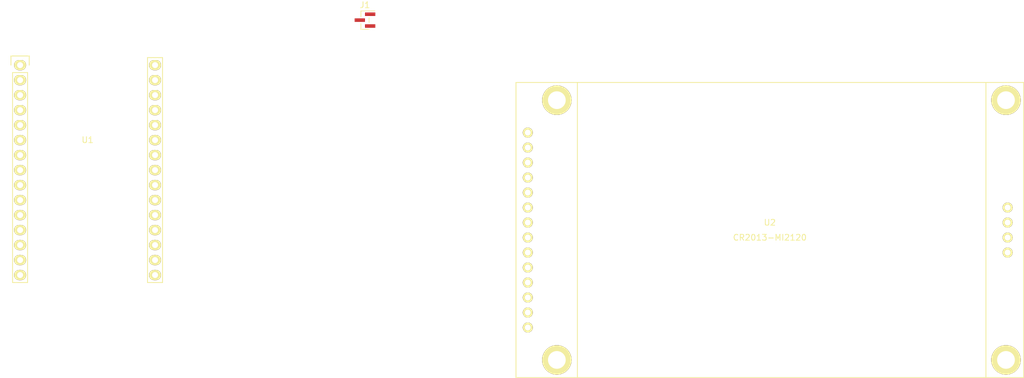
<source format=kicad_pcb>
(kicad_pcb (version 20171130) (host pcbnew 5.0.1)

  (general
    (thickness 1.6)
    (drawings 0)
    (tracks 0)
    (zones 0)
    (modules 3)
    (nets 34)
  )

  (page A4)
  (layers
    (0 F.Cu signal)
    (31 B.Cu signal)
    (32 B.Adhes user)
    (33 F.Adhes user)
    (34 B.Paste user)
    (35 F.Paste user)
    (36 B.SilkS user)
    (37 F.SilkS user)
    (38 B.Mask user)
    (39 F.Mask user)
    (40 Dwgs.User user)
    (41 Cmts.User user)
    (42 Eco1.User user)
    (43 Eco2.User user)
    (44 Edge.Cuts user)
    (45 Margin user)
    (46 B.CrtYd user)
    (47 F.CrtYd user)
    (48 B.Fab user)
    (49 F.Fab user)
  )

  (setup
    (last_trace_width 0.25)
    (trace_clearance 0.2)
    (zone_clearance 0.508)
    (zone_45_only no)
    (trace_min 0.2)
    (segment_width 0.2)
    (edge_width 0.15)
    (via_size 0.8)
    (via_drill 0.4)
    (via_min_size 0.4)
    (via_min_drill 0.3)
    (uvia_size 0.3)
    (uvia_drill 0.1)
    (uvias_allowed no)
    (uvia_min_size 0.2)
    (uvia_min_drill 0.1)
    (pcb_text_width 0.3)
    (pcb_text_size 1.5 1.5)
    (mod_edge_width 0.15)
    (mod_text_size 1 1)
    (mod_text_width 0.15)
    (pad_size 1.524 1.524)
    (pad_drill 0.762)
    (pad_to_mask_clearance 0.051)
    (solder_mask_min_width 0.25)
    (aux_axis_origin 0 0)
    (visible_elements FFFFFF7F)
    (pcbplotparams
      (layerselection 0x010fc_ffffffff)
      (usegerberextensions false)
      (usegerberattributes false)
      (usegerberadvancedattributes false)
      (creategerberjobfile false)
      (excludeedgelayer true)
      (linewidth 0.100000)
      (plotframeref false)
      (viasonmask false)
      (mode 1)
      (useauxorigin false)
      (hpglpennumber 1)
      (hpglpenspeed 20)
      (hpglpendiameter 15.000000)
      (psnegative false)
      (psa4output false)
      (plotreference true)
      (plotvalue true)
      (plotinvisibletext false)
      (padsonsilk false)
      (subtractmaskfromsilk false)
      (outputformat 1)
      (mirror false)
      (drillshape 1)
      (scaleselection 1)
      (outputdirectory ""))
  )

  (net 0 "")
  (net 1 "Net-(U1-Pad1)")
  (net 2 "Net-(U1-Pad2)")
  (net 3 "Net-(U1-Pad3)")
  (net 4 "Net-(U1-Pad4)")
  (net 5 "Net-(U1-Pad5)")
  (net 6 "Net-(U1-Pad6)")
  (net 7 "Net-(U1-Pad7)")
  (net 8 "Net-(U1-Pad8)")
  (net 9 "Net-(U1-Pad9)")
  (net 10 "Net-(U1-Pad10)")
  (net 11 "Net-(U1-Pad11)")
  (net 12 "Net-(U1-Pad12)")
  (net 13 "Net-(U1-Pad13)")
  (net 14 "Net-(U1-Pad30)")
  (net 15 "Net-(U1-Pad18)")
  (net 16 GND)
  (net 17 "Net-(U1-Pad19)")
  (net 18 "Net-(U1-Pad25)")
  (net 19 "Net-(U1-Pad24)")
  (net 20 /3V)
  (net 21 /CS)
  (net 22 +5V)
  (net 23 /DC)
  (net 24 /SDI)
  (net 25 /SCK)
  (net 26 /SDO)
  (net 27 /TCS)
  (net 28 /TIRQ)
  (net 29 "Net-(U2-Pad16)")
  (net 30 "Net-(U2-Pad15)")
  (net 31 "Net-(U2-Pad17)")
  (net 32 "Net-(U2-Pad18)")
  (net 33 /PIRDATA)

  (net_class Default "This is the default net class."
    (clearance 0.2)
    (trace_width 0.25)
    (via_dia 0.8)
    (via_drill 0.4)
    (uvia_dia 0.3)
    (uvia_drill 0.1)
    (add_net +5V)
    (add_net /3V)
    (add_net /CS)
    (add_net /DC)
    (add_net /PIRDATA)
    (add_net /SCK)
    (add_net /SDI)
    (add_net /SDO)
    (add_net /TCS)
    (add_net /TIRQ)
    (add_net GND)
    (add_net "Net-(U1-Pad1)")
    (add_net "Net-(U1-Pad10)")
    (add_net "Net-(U1-Pad11)")
    (add_net "Net-(U1-Pad12)")
    (add_net "Net-(U1-Pad13)")
    (add_net "Net-(U1-Pad18)")
    (add_net "Net-(U1-Pad19)")
    (add_net "Net-(U1-Pad2)")
    (add_net "Net-(U1-Pad24)")
    (add_net "Net-(U1-Pad25)")
    (add_net "Net-(U1-Pad3)")
    (add_net "Net-(U1-Pad30)")
    (add_net "Net-(U1-Pad4)")
    (add_net "Net-(U1-Pad5)")
    (add_net "Net-(U1-Pad6)")
    (add_net "Net-(U1-Pad7)")
    (add_net "Net-(U1-Pad8)")
    (add_net "Net-(U1-Pad9)")
    (add_net "Net-(U2-Pad15)")
    (add_net "Net-(U2-Pad16)")
    (add_net "Net-(U2-Pad17)")
    (add_net "Net-(U2-Pad18)")
  )

  (module Connector_PinHeader_1.00mm:PinHeader_1x03_P1.00mm_Vertical_SMD_Pin1Right (layer F.Cu) (tedit 59FED738) (tstamp 5C299827)
    (at 148.59 27.94)
    (descr "surface-mounted straight pin header, 1x03, 1.00mm pitch, single row, style 2 (pin 1 right)")
    (tags "Surface mounted pin header SMD 1x03 1.00mm single row style2 pin1 right")
    (path /5C0491B7)
    (attr smd)
    (fp_text reference J1 (at 0 -2.56) (layer F.SilkS)
      (effects (font (size 1 1) (thickness 0.15)))
    )
    (fp_text value Conn_01x03_MountingPin (at 0 2.56) (layer F.Fab)
      (effects (font (size 1 1) (thickness 0.15)))
    )
    (fp_line (start 0.635 1.5) (end -0.635 1.5) (layer F.Fab) (width 0.1))
    (fp_line (start -0.635 -1.5) (end 0.285 -1.5) (layer F.Fab) (width 0.1))
    (fp_line (start 0.635 1.5) (end 0.635 -1.15) (layer F.Fab) (width 0.1))
    (fp_line (start 0.635 -1.15) (end 0.285 -1.5) (layer F.Fab) (width 0.1))
    (fp_line (start -0.635 -1.5) (end -0.635 1.5) (layer F.Fab) (width 0.1))
    (fp_line (start -0.635 -0.15) (end -1.25 -0.15) (layer F.Fab) (width 0.1))
    (fp_line (start -1.25 -0.15) (end -1.25 0.15) (layer F.Fab) (width 0.1))
    (fp_line (start -1.25 0.15) (end -0.635 0.15) (layer F.Fab) (width 0.1))
    (fp_line (start 0.635 -1.15) (end 1.25 -1.15) (layer F.Fab) (width 0.1))
    (fp_line (start 1.25 -1.15) (end 1.25 -0.85) (layer F.Fab) (width 0.1))
    (fp_line (start 1.25 -0.85) (end 0.635 -0.85) (layer F.Fab) (width 0.1))
    (fp_line (start 0.635 0.85) (end 1.25 0.85) (layer F.Fab) (width 0.1))
    (fp_line (start 1.25 0.85) (end 1.25 1.15) (layer F.Fab) (width 0.1))
    (fp_line (start 1.25 1.15) (end 0.635 1.15) (layer F.Fab) (width 0.1))
    (fp_line (start -0.695 -1.56) (end 0.695 -1.56) (layer F.SilkS) (width 0.12))
    (fp_line (start -0.695 1.56) (end 0.695 1.56) (layer F.SilkS) (width 0.12))
    (fp_line (start 0.695 -0.44) (end 0.695 0.44) (layer F.SilkS) (width 0.12))
    (fp_line (start 0.695 -1.56) (end 1.69 -1.56) (layer F.SilkS) (width 0.12))
    (fp_line (start 0.695 -1.56) (end 0.695 -1.56) (layer F.SilkS) (width 0.12))
    (fp_line (start -0.695 1.56) (end -0.695 1.56) (layer F.SilkS) (width 0.12))
    (fp_line (start -0.695 -1.56) (end -0.695 -0.56) (layer F.SilkS) (width 0.12))
    (fp_line (start -0.695 -1.44) (end -0.695 -0.56) (layer F.SilkS) (width 0.12))
    (fp_line (start -0.695 0.56) (end -0.695 1.56) (layer F.SilkS) (width 0.12))
    (fp_line (start -2.25 -2) (end -2.25 2) (layer F.CrtYd) (width 0.05))
    (fp_line (start -2.25 2) (end 2.25 2) (layer F.CrtYd) (width 0.05))
    (fp_line (start 2.25 2) (end 2.25 -2) (layer F.CrtYd) (width 0.05))
    (fp_line (start 2.25 -2) (end -2.25 -2) (layer F.CrtYd) (width 0.05))
    (fp_text user %R (at 0 0 90) (layer F.Fab)
      (effects (font (size 1 1) (thickness 0.15)))
    )
    (pad 2 smd rect (at -0.875 0) (size 1.75 0.6) (layers F.Cu F.Paste F.Mask)
      (net 33 /PIRDATA))
    (pad 1 smd rect (at 0.875 -1) (size 1.75 0.6) (layers F.Cu F.Paste F.Mask)
      (net 22 +5V))
    (pad 3 smd rect (at 0.875 1) (size 1.75 0.6) (layers F.Cu F.Paste F.Mask)
      (net 16 GND))
    (model ${KISYS3DMOD}/Connector_PinHeader_1.00mm.3dshapes/PinHeader_1x03_P1.00mm_Vertical_SMD_Pin1Right.wrl
      (at (xyz 0 0 0))
      (scale (xyz 1 1 1))
      (rotate (xyz 0 0 0))
    )
  )

  (module SufDisplay:TJCTM24028-SPI (layer F.Cu) (tedit 553B3F9A) (tstamp 5C299309)
    (at 217.17 63.5)
    (path /5C043E9F)
    (fp_text reference U2 (at 0 -1.27) (layer F.SilkS)
      (effects (font (size 1 1) (thickness 0.15)))
    )
    (fp_text value CR2013-MI2120 (at 0 1.27) (layer F.SilkS)
      (effects (font (size 1 1) (thickness 0.15)))
    )
    (fp_line (start -32.6 -25) (end -32.6 25) (layer F.SilkS) (width 0.15))
    (fp_line (start 36.6 -25) (end 36.6 25) (layer F.SilkS) (width 0.15))
    (fp_line (start -43 -25) (end -43 25) (layer F.SilkS) (width 0.15))
    (fp_line (start -43 25) (end 43 25) (layer F.SilkS) (width 0.15))
    (fp_line (start 43 25) (end 43 -25) (layer F.SilkS) (width 0.15))
    (fp_line (start 43 -25) (end -43 -25) (layer F.SilkS) (width 0.15))
    (pad "" thru_hole circle (at 40 -22) (size 5 5) (drill 3) (layers *.Cu *.Mask F.SilkS))
    (pad "" thru_hole circle (at 40 22) (size 5 5) (drill 3) (layers *.Cu *.Mask F.SilkS))
    (pad "" thru_hole circle (at -36.08 22) (size 5 5) (drill 3) (layers *.Cu *.Mask F.SilkS))
    (pad "" thru_hole circle (at -36.08 -22) (size 5 5) (drill 3) (layers *.Cu *.Mask F.SilkS))
    (pad 1 thru_hole circle (at -41 -16.51) (size 1.7 1.7) (drill 1) (layers *.Cu *.Mask F.SilkS)
      (net 20 /3V))
    (pad 2 thru_hole circle (at -41 -13.97) (size 1.7 1.7) (drill 1) (layers *.Cu *.Mask F.SilkS)
      (net 16 GND))
    (pad 3 thru_hole circle (at -41 -11.43) (size 1.7 1.7) (drill 1) (layers *.Cu *.Mask F.SilkS)
      (net 21 /CS))
    (pad 4 thru_hole circle (at -41 -8.89) (size 1.7 1.7) (drill 1) (layers *.Cu *.Mask F.SilkS)
      (net 20 /3V))
    (pad 5 thru_hole circle (at -41 -6.35) (size 1.7 1.7) (drill 1) (layers *.Cu *.Mask F.SilkS)
      (net 23 /DC))
    (pad 6 thru_hole circle (at -41 -3.81) (size 1.7 1.7) (drill 1) (layers *.Cu *.Mask F.SilkS)
      (net 24 /SDI))
    (pad 7 thru_hole circle (at -41 -1.27) (size 1.7 1.7) (drill 1) (layers *.Cu *.Mask F.SilkS)
      (net 25 /SCK))
    (pad 8 thru_hole circle (at -41 1.27) (size 1.7 1.7) (drill 1) (layers *.Cu *.Mask F.SilkS)
      (net 20 /3V))
    (pad 9 thru_hole circle (at -41 3.81) (size 1.7 1.7) (drill 1) (layers *.Cu *.Mask F.SilkS)
      (net 26 /SDO))
    (pad 10 thru_hole circle (at -41 6.35) (size 1.7 1.7) (drill 1) (layers *.Cu *.Mask F.SilkS)
      (net 25 /SCK))
    (pad 11 thru_hole circle (at -41 8.89) (size 1.7 1.7) (drill 1) (layers *.Cu *.Mask F.SilkS)
      (net 27 /TCS))
    (pad 12 thru_hole circle (at -41 11.43) (size 1.7 1.7) (drill 1) (layers *.Cu *.Mask F.SilkS)
      (net 24 /SDI))
    (pad 13 thru_hole circle (at -41 13.97) (size 1.7 1.7) (drill 1) (layers *.Cu *.Mask F.SilkS)
      (net 26 /SDO))
    (pad 14 thru_hole circle (at -41 16.51) (size 1.7 1.7) (drill 1) (layers *.Cu *.Mask F.SilkS)
      (net 28 /TIRQ))
    (pad 16 thru_hole circle (at 40.28 -1.27) (size 1.7 1.7) (drill 1) (layers *.Cu *.Mask F.SilkS)
      (net 29 "Net-(U2-Pad16)"))
    (pad 15 thru_hole circle (at 40.28 -3.81) (size 1.7 1.7) (drill 1) (layers *.Cu *.Mask F.SilkS)
      (net 30 "Net-(U2-Pad15)"))
    (pad 17 thru_hole circle (at 40.28 1.27) (size 1.7 1.7) (drill 1) (layers *.Cu *.Mask F.SilkS)
      (net 31 "Net-(U2-Pad17)"))
    (pad 18 thru_hole circle (at 40.28 3.81) (size 1.7 1.7) (drill 1) (layers *.Cu *.Mask F.SilkS)
      (net 32 "Net-(U2-Pad18)"))
  )

  (module "NodeMCU Git:NodeMCU_Amica_R2" (layer F.Cu) (tedit 5A22F9CB) (tstamp 5C1D2022)
    (at 90.17 35.56)
    (descr "Through-hole-mounted NodeMCU 0.9")
    (tags nodemcu)
    (path /5C043C9C)
    (fp_text reference U1 (at 11.43 12.68) (layer F.SilkS)
      (effects (font (size 1 1) (thickness 0.15)))
    )
    (fp_text value NodeMCU_Amica_R2 (at 11.43 45.085) (layer F.Fab)
      (effects (font (size 2 2) (thickness 0.15)))
    )
    (fp_line (start 15.24 37.465) (end 15.24 42.545) (layer F.CrtYd) (width 0.15))
    (fp_line (start 7.62 37.465) (end 15.24 37.465) (layer F.CrtYd) (width 0.15))
    (fp_line (start 7.62 42.545) (end 7.62 37.465) (layer F.CrtYd) (width 0.15))
    (fp_line (start -1.905 42.545) (end -1.905 -6.35) (layer F.CrtYd) (width 0.15))
    (fp_line (start 24.765 42.545) (end -1.905 42.545) (layer F.CrtYd) (width 0.15))
    (fp_line (start 24.765 -6.35) (end 24.765 42.545) (layer F.CrtYd) (width 0.15))
    (fp_line (start -1.905 -6.35) (end 24.765 -6.35) (layer F.CrtYd) (width 0.15))
    (fp_line (start -1.27 1.27) (end -1.27 36.83) (layer F.SilkS) (width 0.15))
    (fp_line (start -1.27 36.83) (end 1.27 36.83) (layer F.SilkS) (width 0.15))
    (fp_line (start 1.27 36.83) (end 1.27 1.27) (layer F.SilkS) (width 0.15))
    (fp_line (start 1.55 -1.55) (end 1.55 0) (layer F.SilkS) (width 0.15))
    (fp_line (start 1.27 1.27) (end -1.27 1.27) (layer F.SilkS) (width 0.15))
    (fp_line (start -1.55 0) (end -1.55 -1.55) (layer F.SilkS) (width 0.15))
    (fp_line (start -1.55 -1.55) (end 1.55 -1.55) (layer F.SilkS) (width 0.15))
    (fp_line (start 21.59 36.83) (end 24.13 36.83) (layer F.SilkS) (width 0.15))
    (fp_line (start 21.59 -1.27) (end 21.59 36.83) (layer F.SilkS) (width 0.15))
    (fp_line (start 24.13 -1.27) (end 21.59 -1.27) (layer F.SilkS) (width 0.15))
    (fp_line (start 24.13 36.83) (end 24.13 -1.27) (layer F.SilkS) (width 0.15))
    (pad 1 thru_hole oval (at 0 0) (size 2.032 1.7272) (drill 1.016) (layers *.Cu *.Mask F.SilkS)
      (net 1 "Net-(U1-Pad1)"))
    (pad 2 thru_hole oval (at 0 2.54) (size 2.032 1.7272) (drill 1.016) (layers *.Cu *.Mask F.SilkS)
      (net 2 "Net-(U1-Pad2)"))
    (pad 3 thru_hole oval (at 0 5.08) (size 2.032 1.7272) (drill 1.016) (layers *.Cu *.Mask F.SilkS)
      (net 3 "Net-(U1-Pad3)"))
    (pad 4 thru_hole oval (at 0 7.62) (size 2.032 1.7272) (drill 1.016) (layers *.Cu *.Mask F.SilkS)
      (net 4 "Net-(U1-Pad4)"))
    (pad 5 thru_hole oval (at 0 10.16) (size 2.032 1.7272) (drill 1.016) (layers *.Cu *.Mask F.SilkS)
      (net 5 "Net-(U1-Pad5)"))
    (pad 6 thru_hole oval (at 0 12.7) (size 2.032 1.7272) (drill 1.016) (layers *.Cu *.Mask F.SilkS)
      (net 6 "Net-(U1-Pad6)"))
    (pad 7 thru_hole oval (at 0 15.24) (size 2.032 1.7272) (drill 1.016) (layers *.Cu *.Mask F.SilkS)
      (net 7 "Net-(U1-Pad7)"))
    (pad 8 thru_hole oval (at 0 17.78) (size 2.032 1.7272) (drill 1.016) (layers *.Cu *.Mask F.SilkS)
      (net 8 "Net-(U1-Pad8)"))
    (pad 9 thru_hole oval (at 0 20.32) (size 2.032 1.7272) (drill 1.016) (layers *.Cu *.Mask F.SilkS)
      (net 9 "Net-(U1-Pad9)"))
    (pad 10 thru_hole oval (at 0 22.86) (size 2.032 1.7272) (drill 1.016) (layers *.Cu *.Mask F.SilkS)
      (net 10 "Net-(U1-Pad10)"))
    (pad 11 thru_hole oval (at 0 25.4) (size 2.032 1.7272) (drill 1.016) (layers *.Cu *.Mask F.SilkS)
      (net 11 "Net-(U1-Pad11)"))
    (pad 12 thru_hole oval (at 0 27.94) (size 2.032 1.7272) (drill 1.016) (layers *.Cu *.Mask F.SilkS)
      (net 12 "Net-(U1-Pad12)"))
    (pad 13 thru_hole oval (at 0 30.48) (size 2.032 1.7272) (drill 1.016) (layers *.Cu *.Mask F.SilkS)
      (net 13 "Net-(U1-Pad13)"))
    (pad 14 thru_hole oval (at 0 33.02) (size 2.032 1.7272) (drill 1.016) (layers *.Cu *.Mask F.SilkS)
      (net 16 GND))
    (pad 15 thru_hole oval (at 0 35.56) (size 2.032 1.7272) (drill 1.016) (layers *.Cu *.Mask F.SilkS)
      (net 22 +5V))
    (pad 30 thru_hole oval (at 22.86 0) (size 2.032 1.7272) (drill 1.016) (layers *.Cu *.Mask F.SilkS)
      (net 14 "Net-(U1-Pad30)"))
    (pad 18 thru_hole oval (at 22.86 30.48) (size 2.032 1.7272) (drill 1.016) (layers *.Cu *.Mask F.SilkS)
      (net 15 "Net-(U1-Pad18)"))
    (pad 17 thru_hole oval (at 22.86 33.02) (size 2.032 1.7272) (drill 1.016) (layers *.Cu *.Mask F.SilkS)
      (net 16 GND))
    (pad 19 thru_hole oval (at 22.86 27.94) (size 2.032 1.7272) (drill 1.016) (layers *.Cu *.Mask F.SilkS)
      (net 17 "Net-(U1-Pad19)"))
    (pad 25 thru_hole oval (at 22.86 12.7) (size 2.032 1.7272) (drill 1.016) (layers *.Cu *.Mask F.SilkS)
      (net 18 "Net-(U1-Pad25)"))
    (pad 26 thru_hole oval (at 22.86 10.16) (size 2.032 1.7272) (drill 1.016) (layers *.Cu *.Mask F.SilkS)
      (net 23 /DC))
    (pad 24 thru_hole oval (at 22.86 15.24) (size 2.032 1.7272) (drill 1.016) (layers *.Cu *.Mask F.SilkS)
      (net 19 "Net-(U1-Pad24)"))
    (pad 16 thru_hole oval (at 22.86 35.56) (size 2.032 1.7272) (drill 1.016) (layers *.Cu *.Mask F.SilkS)
      (net 20 /3V))
    (pad 22 thru_hole oval (at 22.86 20.32) (size 2.032 1.7272) (drill 1.016) (layers *.Cu *.Mask F.SilkS)
      (net 26 /SDO))
    (pad 23 thru_hole oval (at 22.86 17.78) (size 2.032 1.7272) (drill 1.016) (layers *.Cu *.Mask F.SilkS)
      (net 25 /SCK))
    (pad 21 thru_hole oval (at 22.86 22.86) (size 2.032 1.7272) (drill 1.016) (layers *.Cu *.Mask F.SilkS)
      (net 24 /SDI))
    (pad 20 thru_hole oval (at 22.86 25.4) (size 2.032 1.7272) (drill 1.016) (layers *.Cu *.Mask F.SilkS)
      (net 21 /CS))
    (pad 28 thru_hole oval (at 22.86 5.08) (size 2.032 1.7272) (drill 1.016) (layers *.Cu *.Mask F.SilkS)
      (net 27 /TCS))
    (pad 27 thru_hole oval (at 22.86 7.62) (size 2.032 1.7272) (drill 1.016) (layers *.Cu *.Mask F.SilkS)
      (net 33 /PIRDATA))
    (pad 29 thru_hole oval (at 22.86 2.54) (size 2.032 1.7272) (drill 1.016) (layers *.Cu *.Mask F.SilkS)
      (net 28 /TIRQ))
    (pad "" np_thru_hole circle (at 0.8 39.38) (size 3.2 3.2) (drill 3.2) (layers *.Cu *.Mask))
    (pad "" np_thru_hole circle (at 22 39.38) (size 3.2 3.2) (drill 3.2) (layers *.Cu *.Mask))
    (pad "" np_thru_hole circle (at 22 -4.25) (size 3.2 3.2) (drill 3.2) (layers *.Cu *.Mask))
    (pad "" np_thru_hole circle (at 0.75 -4.25) (size 3.2 3.2) (drill 3.2) (layers *.Cu *.Mask))
  )

)

</source>
